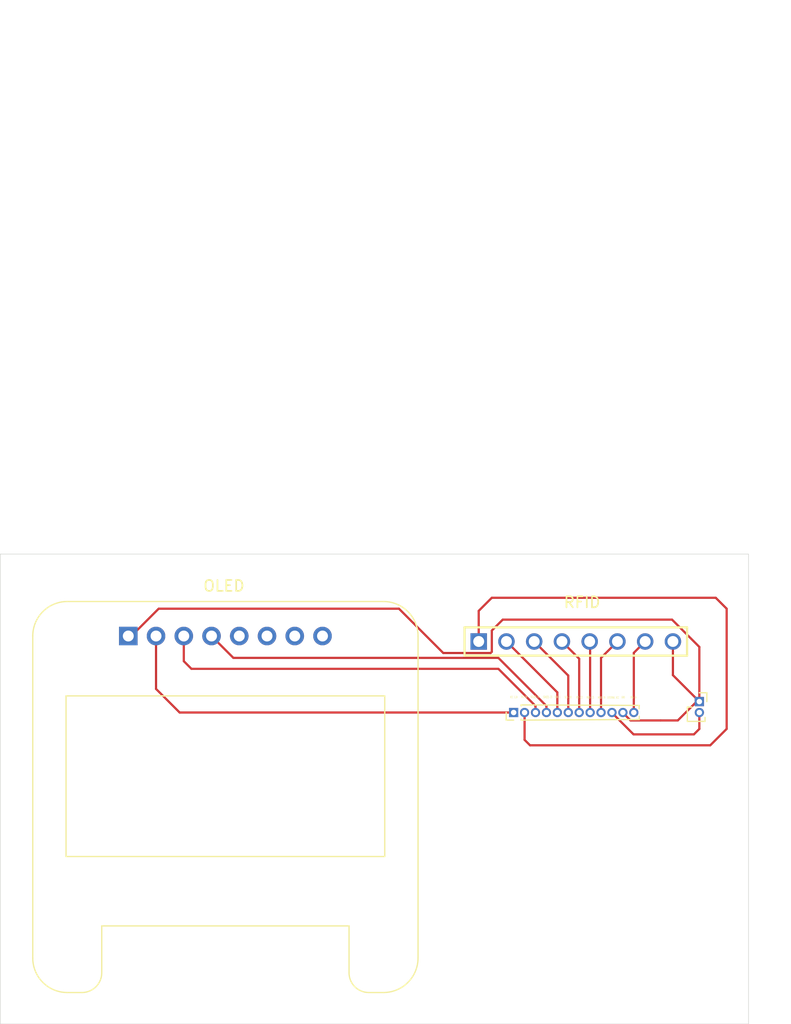
<source format=kicad_pcb>
(kicad_pcb (version 20240108) (generator "pcbnew") (generator_version "8.0")
  (layers (0 "F.Cu" signal) (31 "B.Cu" signal) (34 "B.Paste" user) (35 "F.Paste" user) (36 "B.SilkS" user "B.Silkscreen") (37 "F.SilkS" user "F.Silkscreen") (38 "B.Mask" user) (39 "F.Mask" user) (44 "Edge.Cuts" user))
  (net 0 "")
  (net 1 "Net-(Brd1-VCC)")
  (net 2 "Net-(Brd1-SDA)")
  (net 3 "Net-(Brd1-SCL)")
  (net 4 "Net-(J1-Pin_2)")
  (net 5 "Net-(J1-Pin_11)")
  (net 6 "Net-(J1-Pin_4)")
  (net 7 "Net-(J1-Pin_6)")
  (net 8 "Net-(J1-Pin_8)")
  (net 9 "Net-(J1-Pin_5)")
  (net 10 "Net-(J1-Pin_12)")
  (net 11 "Net-(J1-Pin_7)")
  (net 12 "Net-(Brd1-GND)")
  (footprint "Connector_PinHeader_1.00mm:PinHeader_1x12_P1.00mm_Vertical" (layer "F.Cu") (at 149.5 44 90)
    (property "Reference" "J1" (hide yes))
    (property "Value" "Conn_01x12_Pin" (hide yes))
    (fp_line (start -0.695 -0.685) (end 0 -0.685) (stroke (width 0.12)) (layer "F.SilkS"))
    (fp_line (start -0.695 0) (end -0.695 -0.685) (stroke (width 0.12)) (layer "F.SilkS"))
    (fp_line (start 0.695 0.685) (end 0.650253 11.5) (stroke (width 0.12)) (layer "F.SilkS"))
    (fp_line (start 0.608276 0.685) (end 0.695 0.685) (stroke (width 0.12)) (layer "F.SilkS"))
    (fp_line (start -0.695 0.685) (end -0.608276 0.685) (stroke (width 0.12)) (layer "F.SilkS"))
    (fp_line (start -0.695 0.685) (end -0.640253 11.5) (stroke (width 0.12)) (layer "F.SilkS"))
    (fp_line (start 0.349746 11.49) (end 0.650253 11.49) (stroke (width 0.12)) (layer "F.SilkS"))
    (fp_line (start -0.640253 11.5) (end -0.339746 11.5) (stroke (width 0.12)) (layer "F.SilkS"))
    (pad "1" thru_hole rect (at 0 0 90) (size 0.85 0.85) (drill 0.5) (layers "*.Cu" "*.Mask") (net 1 "Net-(Brd1-VCC)"))
    (pad "2" thru_hole oval (at 0 1 90) (size 0.85 0.85) (drill 0.5) (layers "*.Cu" "*.Mask") (net 4 "Net-(J1-Pin_2)"))
    (pad "3" thru_hole oval (at 0 10 90) (size 0.85 0.85) (drill 0.5) (layers "*.Cu" "*.Mask") (net 12 "Net-(Brd1-GND)"))
    (pad "4" thru_hole oval (at 0 4 90) (size 0.85 0.85) (drill 0.5) (layers "*.Cu" "*.Mask") (net 6 "Net-(J1-Pin_4)"))
    (pad "5" thru_hole oval (at 0 5 90) (size 0.85 0.85) (drill 0.5) (layers "*.Cu" "*.Mask") (net 9 "Net-(J1-Pin_5)"))
    (pad "6" thru_hole oval (at 0 7 90) (size 0.85 0.85) (drill 0.5) (layers "*.Cu" "*.Mask") (net 7 "Net-(J1-Pin_6)"))
    (pad "7" thru_hole oval (at 0 8 90) (size 0.85 0.85) (drill 0.5) (layers "*.Cu" "*.Mask") (net 11 "Net-(J1-Pin_7)"))
    (pad "8" thru_hole oval (at 0 6 90) (size 0.85 0.85) (drill 0.5) (layers "*.Cu" "*.Mask") (net 8 "Net-(J1-Pin_8)"))
    (pad "9" thru_hole oval (at 0 2 90) (size 0.85 0.85) (drill 0.5) (layers "*.Cu" "*.Mask") (net 3 "Net-(Brd1-SCL)"))
    (pad "10" thru_hole oval (at 0 3 90) (size 0.85 0.85) (drill 0.5) (layers "*.Cu" "*.Mask") (net 2 "Net-(Brd1-SDA)"))
    (pad "11" thru_hole oval (at 0 9 90) (size 0.85 0.85) (drill 0.5) (layers "*.Cu" "*.Mask") (net 5 "Net-(J1-Pin_11)"))
    (pad "12" thru_hole oval (at 0 11 90) (size 0.85 0.85) (drill 0.5) (layers "*.Cu" "*.Mask") (net 10 "Net-(J1-Pin_12)"))
  )
  (footprint "Display:Adafruit_SSD1306" (layer "F.Cu") (at 114.22 37)
    (property "Reference" "Brd1" (hide yes))
    (property "Value" "SSD1306")
    (fp_line (start -8.746 0) (end -8.746 29.464) (stroke (width 0.12)) (layer "F.SilkS"))
    (fp_line (start -5.698 5.478) (end -5.698 20.176) (stroke (width 0.12)) (layer "F.SilkS"))
    (fp_line (start -5.698 5.478) (end 23.478 5.478) (stroke (width 0.12)) (layer "F.SilkS"))
    (fp_line (start -5.698 20.176) (end 23.478 20.176) (stroke (width 0.12)) (layer "F.SilkS"))
    (fp_line (start -4.238 32.622) (end -5.59 32.622) (stroke (width 0.12)) (layer "F.SilkS"))
    (fp_line (start -2.43 26.526) (end -2.43 30.814) (stroke (width 0.12)) (layer "F.SilkS"))
    (fp_line (start -2.43 26.526) (end 20.21 26.526) (stroke (width 0.12)) (layer "F.SilkS"))
    (fp_line (start 20.21 26.526) (end 20.21 30.814) (stroke (width 0.12)) (layer "F.SilkS"))
    (fp_line (start 22.018 32.622) (end 23.37 32.622) (stroke (width 0.12)) (layer "F.SilkS"))
    (fp_line (start 23.368 -3.158) (end -5.588 -3.158) (stroke (width 0.12)) (layer "F.SilkS"))
    (fp_line (start 23.478 5.478) (end 23.478 20.176) (stroke (width 0.12)) (layer "F.SilkS"))
    (fp_line (start 26.526 0) (end 26.526 29.464) (stroke (width 0.12)) (layer "F.SilkS"))
    (fp_arc (start -8.746 0) (mid -7.821043 -2.233043) (end -5.588 -3.158) (stroke (width 0.12)) (layer "F.SilkS"))
    (fp_arc (start -5.588 32.622) (mid -7.821043 31.697043) (end -8.746 29.464) (stroke (width 0.12)) (layer "F.SilkS"))
    (fp_arc (start -2.43 30.812) (mid -2.958137 32.091035) (end -4.236 32.622) (stroke (width 0.12)) (layer "F.SilkS"))
    (fp_arc (start 22.016 32.622) (mid 20.738137 32.091035) (end 20.21 30.812) (stroke (width 0.12)) (layer "F.SilkS"))
    (fp_arc (start 23.368 -3.158) (mid 25.601043 -2.233043) (end 26.526 0) (stroke (width 0.12)) (layer "F.SilkS"))
    (fp_arc (start 26.526 29.464) (mid 25.601043 31.697043) (end 23.368 32.622) (stroke (width 0.12)) (layer "F.SilkS"))
    (pad "" np_thru_hole circle (at -5.588 0) (size 2.7 2.7) (drill 2.7) (layers "*.Cu" "*.Mask"))
    (pad "" np_thru_hole circle (at -5.588 29.464) (size 2.7 2.7) (drill 2.7) (layers "*.Cu" "*.Mask"))
    (pad "" np_thru_hole circle (at 23.368 0) (size 2.7 2.7) (drill 2.7) (layers "*.Cu" "*.Mask"))
    (pad "" np_thru_hole circle (at 23.368 29.464) (size 2.7 2.7) (drill 2.7) (layers "*.Cu" "*.Mask"))
    (pad "1" thru_hole rect (at 0 0) (size 1.7 1.7) (drill 1) (layers "*.Cu" "*.Mask") (net 12 "Net-(Brd1-GND)"))
    (pad "2" thru_hole circle (at 2.54 0) (size 1.7 1.7) (drill 1) (layers "*.Cu" "*.Mask") (net 1 "Net-(Brd1-VCC)"))
    (pad "3" thru_hole circle (at 5.08 0) (size 1.7 1.7) (drill 1) (layers "*.Cu" "*.Mask") (net 3 "Net-(Brd1-SCL)"))
    (pad "4" thru_hole circle (at 7.62 0) (size 1.7 1.7) (drill 1) (layers "*.Cu" "*.Mask") (net 2 "Net-(Brd1-SDA)"))
    (pad "5" thru_hole circle (at 10.16 0) (size 1.7 1.7) (drill 1) (layers "*.Cu" "*.Mask"))
    (pad "6" thru_hole circle (at 12.7 0) (size 1.7 1.7) (drill 1) (layers "*.Cu" "*.Mask"))
    (pad "7" thru_hole circle (at 15.24 0) (size 1.7 1.7) (drill 1) (layers "*.Cu" "*.Mask"))
    (pad "8" thru_hole circle (at 17.78 0) (size 1.7 1.7) (drill 1) (layers "*.Cu" "*.Mask"))
  )
  (footprint "RFID-RC522:RFID-RC522" (layer "F.Cu") (at 155.19 37.5)
    (property "Reference" "RFID1" (hide yes))
    (property "Value" "~")
    (fp_line (start -10.1854 -1.2954) (end 10.1854 -1.2954) (stroke (width 0.2032)) (layer "F.SilkS"))
    (fp_line (start -10.1854 1.2954) (end -10.1854 -1.2954) (stroke (width 0.2032)) (layer "F.SilkS"))
    (fp_line (start 10.1854 -1.2954) (end 10.1854 1.2954) (stroke (width 0.2032)) (layer "F.SilkS"))
    (fp_line (start 10.1854 1.2954) (end -10.1854 1.2954) (stroke (width 0.2032)) (layer "F.SilkS"))
    (pad "1" thru_hole rect (at -8.89 0) (size 1.508 1.508) (drill 1) (layers "*.Cu" "*.Mask") (net 4 "Net-(J1-Pin_2)"))
    (pad "2" thru_hole circle (at -6.35 0) (size 1.508 1.508) (drill 1) (layers "*.Cu" "*.Mask") (net 6 "Net-(J1-Pin_4)"))
    (pad "3" thru_hole circle (at -3.81 0) (size 1.508 1.508) (drill 1) (layers "*.Cu" "*.Mask") (net 9 "Net-(J1-Pin_5)"))
    (pad "4" thru_hole circle (at -1.27 0) (size 1.508 1.508) (drill 1) (layers "*.Cu" "*.Mask") (net 8 "Net-(J1-Pin_8)"))
    (pad "5" thru_hole circle (at 1.27 0) (size 1.508 1.508) (drill 1) (layers "*.Cu" "*.Mask") (net 7 "Net-(J1-Pin_6)"))
    (pad "6" thru_hole circle (at 3.81 0) (size 1.508 1.508) (drill 1) (layers "*.Cu" "*.Mask") (net 11 "Net-(J1-Pin_7)"))
    (pad "7" thru_hole circle (at 6.35 0) (size 1.508 1.508) (drill 1) (layers "*.Cu" "*.Mask") (net 10 "Net-(J1-Pin_12)"))
    (pad "8" thru_hole circle (at 8.89 0) (size 1.508 1.508) (drill 1) (layers "*.Cu" "*.Mask") (net 12 "Net-(Brd1-GND)"))
  )
  (footprint "Connector_PinSocket_1.00mm:PinSocket_1x02_P1.00mm_Vertical" (layer "F.Cu") (at 166.5 43)
    (property "Reference" "U1" (hide yes))
    (property "Value" "~")
    (fp_line (start -1.1 0.5) (end -1.1 1.81) (stroke (width 0.12)) (layer "F.SilkS"))
    (fp_line (start -1.1 0.5) (end -0.685 0.5) (stroke (width 0.12)) (layer "F.SilkS"))
    (fp_line (start -1.1 1.81) (end 0.52 1.81) (stroke (width 0.12)) (layer "F.SilkS"))
    (fp_line (start 0 -0.81) (end 0.685 -0.81) (stroke (width 0.12)) (layer "F.SilkS"))
    (fp_line (start 0.52 1.445898) (end 0.52 1.81) (stroke (width 0.12)) (layer "F.SilkS"))
    (fp_line (start 0.685 -0.81) (end 0.685 0) (stroke (width 0.12)) (layer "F.SilkS"))
    (pad "1" thru_hole rect (at 0 0) (size 0.85 0.85) (drill 0.5) (layers "*.Cu" "*.Mask") (net 12 "Net-(Brd1-GND)"))
    (pad "2" thru_hole oval (at 0 1) (size 0.85 0.85) (drill 0.5) (layers "*.Cu" "*.Mask") (net 5 "Net-(J1-Pin_11)"))
  )
  (gr_rect (start 102.5 29.5) (end 171 72.5) (stroke (width 0.05)) (fill none) (layer "Edge.Cuts"))
  (gr_text "GND" (at 159.36 42.72 0) (layer "F.SilkS") (effects (font (size 0.2 0.1) (thickness 0.02) (bold yes)) (justify left bottom)))
  (gr_text "IRQ-14" (at 160.18 42.73 0) (layer "F.SilkS") (effects (font (size 0.2 0.1) (thickness 0.02) (bold yes)) (justify left bottom)))
  (gr_text "RFID\n" (at 154 34.5 0) (layer "F.SilkS") (effects (font (size 1 1)) (justify left bottom)))
  (gr_text "VCC 5V" (at 150.18 42.68 0) (layer "F.SilkS") (effects (font (size 0.2 0.1) (thickness 0.02) (bold yes)) (justify left bottom)))
  (gr_text "SDA(O)-23" (at 152.18 42.7 0) (layer "F.SilkS") (effects (font (size 0.2 0.1) (thickness 0.02) (bold yes)) (justify left bottom)))
  (gr_text "OLED" (at 121 33 0) (layer "F.SilkS") (effects (font (size 1 1)) (justify left bottom)))
  (gr_text "VCC 3.3V" (at 149.16 42.71 0) (layer "F.SilkS") (effects (font (size 0.2 0.1) (thickness 0.02) (bold yes)) (justify left bottom)))
  (gr_text "RST-22" (at 155.21 42.74 0) (layer "F.SilkS") (effects (font (size 0.2 0.1) (thickness 0.02) (bold yes)) (justify left bottom)))
  (gr_text "SCK-18" (at 154.16 42.72 0) (layer "F.SilkS") (effects (font (size 0.2 0.1) (thickness 0.02) (bold yes)) (justify left bottom)))
  (gr_text "EXTERNAL VCC" (at 158.05 42.75 0) (layer "F.SilkS") (effects (font (size 0.2 0.1) (thickness 0.02) (bold yes)) (justify left bottom)))
  (gr_text "MOSI-23" (at 156.16 42.74 0) (layer "F.SilkS") (effects (font (size 0.2 0.1) (thickness 0.02) (bold yes)) (justify left bottom)))
  (gr_text "SDA-5" (at 153.25 42.7 0) (layer "F.SilkS") (effects (font (size 0.2 0.1) (thickness 0.02) (bold yes)) (justify left bottom)))
  (gr_text "SCL(O)-24" (at 151.03 42.68 0) (layer "F.SilkS") (effects (font (size 0.2 0.1) (thickness 0.02) (bold yes)) (justify left bottom)))
  (gr_text "MISO-19" (at 157.19 42.75 0) (layer "F.SilkS") (effects (font (size 0.2 0.1) (thickness 0.02) (bold yes)) (justify left bottom)))
  (segment (start 116.76 41.84) (end 116.76 37) (width 0.2) (layer "F.Cu") (net 1))
  (segment (start 118.92 44) (end 116.76 41.84) (width 0.2) (layer "F.Cu") (net 1))
  (segment (start 149.5 44) (end 118.92 44) (width 0.2) (layer "F.Cu") (net 1))
  (segment (start 148.1 39) (end 123.84 39) (width 0.2) (layer "F.Cu") (net 2))
  (segment (start 152.5 43.4) (end 152.5 44) (width 0.2) (layer "F.Cu") (net 2))
  (segment (start 123.84 39) (end 121.84 37) (width 0.2) (layer "F.Cu") (net 2))
  (segment (start 148.1 39) (end 152.5 43.4) (width 0.2) (layer "F.Cu") (net 2))
  (segment (start 148.10104 40) (end 151.5 43.39896) (width 0.2) (layer "F.Cu") (net 3))
  (segment (start 120 40) (end 148.10104 40) (width 0.2) (layer "F.Cu") (net 3))
  (segment (start 151.5 43.39896) (end 151.5 44) (width 0.2) (layer "F.Cu") (net 3))
  (segment (start 119.3 39.3) (end 120 40) (width 0.2) (layer "F.Cu") (net 3))
  (segment (start 119.3 37) (end 119.3 39.3) (width 0.2) (layer "F.Cu") (net 3))
  (segment (start 147.5 33.5) (end 146.3 34.7) (width 0.2) (layer "F.Cu") (net 4))
  (segment (start 151 47) (end 167.5 47) (width 0.2) (layer "F.Cu") (net 4))
  (segment (start 169 45.5) (end 169 34.5) (width 0.2) (layer "F.Cu") (net 4))
  (segment (start 146.3 34.7) (end 146.3 37.5) (width 0.2) (layer "F.Cu") (net 4))
  (segment (start 168 33.5) (end 147.5 33.5) (width 0.2) (layer "F.Cu") (net 4))
  (segment (start 150.5 44) (end 150.5 46.5) (width 0.2) (layer "F.Cu") (net 4))
  (segment (start 150.5 46.5) (end 151 47) (width 0.2) (layer "F.Cu") (net 4))
  (segment (start 169 34.5) (end 168 33.5) (width 0.2) (layer "F.Cu") (net 4))
  (segment (start 167.5 47) (end 169 45.5) (width 0.2) (layer "F.Cu") (net 4))
  (segment (start 166.5 45.5) (end 166.5 44.25) (width 0.2) (layer "F.Cu") (net 5))
  (segment (start 158.5 44.025305) (end 160.474695 46) (width 0.2) (layer "F.Cu") (net 5))
  (segment (start 166 46) (end 166.5 45.5) (width 0.2) (layer "F.Cu") (net 5))
  (segment (start 158.5 44) (end 158.5 44.025305) (width 0.2) (layer "F.Cu") (net 5))
  (segment (start 160.474695 46) (end 166 46) (width 0.2) (layer "F.Cu") (net 5))
  (segment (start 153.5 44) (end 153.5 42.16) (width 0.2) (layer "F.Cu") (net 6))
  (segment (start 153.5 42.16) (end 148.84 37.5) (width 0.2) (layer "F.Cu") (net 6))
  (segment (start 148.84 37.5) (end 148.84 37.84) (width 0.2) (layer "F.Cu") (net 6))
  (segment (start 156.46 37.5) (end 156.5 37.54) (width 0.2) (layer "F.Cu") (net 7))
  (segment (start 156.5 37.54) (end 156.5 44) (width 0.2) (layer "F.Cu") (net 7))
  (segment (start 155.5 44) (end 155.5 39.08) (width 0.2) (layer "F.Cu") (net 8))
  (segment (start 155.5 39.08) (end 153.92 37.5) (width 0.2) (layer "F.Cu") (net 8))
  (segment (start 154.5 40.62) (end 151.38 37.5) (width 0.2) (layer "F.Cu") (net 9))
  (segment (start 154.5 44) (end 154.5 40.62) (width 0.2) (layer "F.Cu") (net 9))
  (segment (start 160.5 38.54) (end 161.54 37.5) (width 0.2) (layer "F.Cu") (net 10))
  (segment (start 160.5 44) (end 160.5 38.54) (width 0.2) (layer "F.Cu") (net 10))
  (segment (start 157.5 44) (end 157.5 39) (width 0.2) (layer "F.Cu") (net 11))
  (segment (start 157.5 39) (end 159 37.5) (width 0.2) (layer "F.Cu") (net 11))
  (segment (start 164.08 40.58) (end 166.25 42.75) (width 0.2) (layer "F.Cu") (net 12))
  (segment (start 143.054 38.554) (end 147.392 38.554) (width 0.2) (layer "F.Cu") (net 12))
  (segment (start 164 35.5) (end 166.5 38) (width 0.2) (layer "F.Cu") (net 12))
  (segment (start 164.08 37.5) (end 164.08 40.58) (width 0.2) (layer "F.Cu") (net 12))
  (segment (start 159.5 44.025305) (end 160.199695 44.725) (width 0.2) (layer "F.Cu") (net 12))
  (segment (start 147.5 38.446) (end 147.5 36.5) (width 0.2) (layer "F.Cu") (net 12))
  (segment (start 114.22 37) (end 114.5 37) (width 0.2) (layer "F.Cu") (net 12))
  (segment (start 162.949695 44.725) (end 164.525 44.725) (width 0.2) (layer "F.Cu") (net 12))
  (segment (start 114.5 37) (end 117 34.5) (width 0.2) (layer "F.Cu") (net 12))
  (segment (start 147.5 36.5) (end 148.5 35.5) (width 0.2) (layer "F.Cu") (net 12))
  (segment (start 164.525 44.725) (end 166.5 42.75) (width 0.2) (layer "F.Cu") (net 12))
  (segment (start 117 34.5) (end 139 34.5) (width 0.2) (layer "F.Cu") (net 12))
  (segment (start 148.5 35.5) (end 164 35.5) (width 0.2) (layer "F.Cu") (net 12))
  (segment (start 166.25 42.75) (end 166.5 42.75) (width 0.2) (layer "F.Cu") (net 12))
  (segment (start 147.392 38.554) (end 147.5 38.446) (width 0.2) (layer "F.Cu") (net 12))
  (segment (start 139 34.5) (end 143.054 38.554) (width 0.2) (layer "F.Cu") (net 12))
  (segment (start 159.5 44) (end 159.5 44.025305) (width 0.2) (layer "F.Cu") (net 12))
  (segment (start 160.199695 44.725) (end 162.949695 44.725) (width 0.2) (layer "F.Cu") (net 12))
  (segment (start 166.5 38) (end 166.5 42.75) (width 0.2) (layer "F.Cu") (net 12))
  (segment (start 166.5 42.75) (end 166.5 43) (width 0.2) (layer "F.Cu") (net 12))
)
</source>
